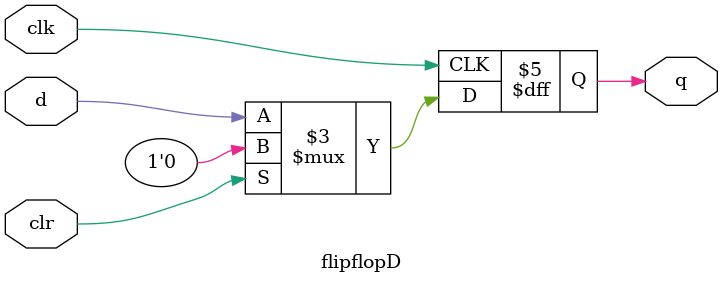
<source format=v>
`timescale 1ns / 1ps
module flipflopD(
    input d,
    input clk,
    input clr,
    output reg q
    );
	 
	 always @(posedge clk)
		if (clr) q <= 0;
		else q <= d;


endmodule

</source>
